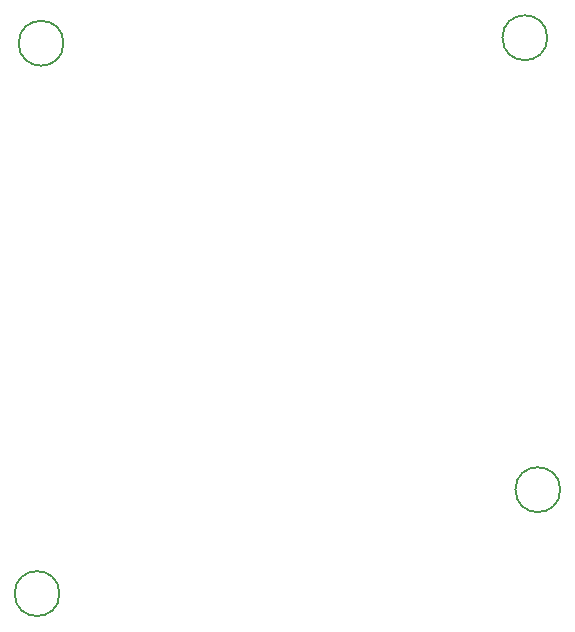
<source format=gbr>
%TF.GenerationSoftware,KiCad,Pcbnew,8.0.4-8.0.4-0~ubuntu24.04.1*%
%TF.CreationDate,2024-09-01T12:42:57+03:00*%
%TF.ProjectId,communication_body,636f6d6d-756e-4696-9361-74696f6e5f62,rev?*%
%TF.SameCoordinates,Original*%
%TF.FileFunction,Other,Comment*%
%FSLAX46Y46*%
G04 Gerber Fmt 4.6, Leading zero omitted, Abs format (unit mm)*
G04 Created by KiCad (PCBNEW 8.0.4-8.0.4-0~ubuntu24.04.1) date 2024-09-01 12:42:57*
%MOMM*%
%LPD*%
G01*
G04 APERTURE LIST*
%ADD10C,0.150000*%
G04 APERTURE END LIST*
D10*
%TO.C,H2*%
X118745000Y-77900000D02*
G75*
G02*
X114945000Y-77900000I-1900000J0D01*
G01*
X114945000Y-77900000D02*
G75*
G02*
X118745000Y-77900000I1900000J0D01*
G01*
%TO.C,H4*%
X118400000Y-124500000D02*
G75*
G02*
X114600000Y-124500000I-1900000J0D01*
G01*
X114600000Y-124500000D02*
G75*
G02*
X118400000Y-124500000I1900000J0D01*
G01*
%TO.C,H1*%
X160800000Y-115700000D02*
G75*
G02*
X157000000Y-115700000I-1900000J0D01*
G01*
X157000000Y-115700000D02*
G75*
G02*
X160800000Y-115700000I1900000J0D01*
G01*
%TO.C,H3*%
X159700000Y-77435000D02*
G75*
G02*
X155900000Y-77435000I-1900000J0D01*
G01*
X155900000Y-77435000D02*
G75*
G02*
X159700000Y-77435000I1900000J0D01*
G01*
%TD*%
M02*

</source>
